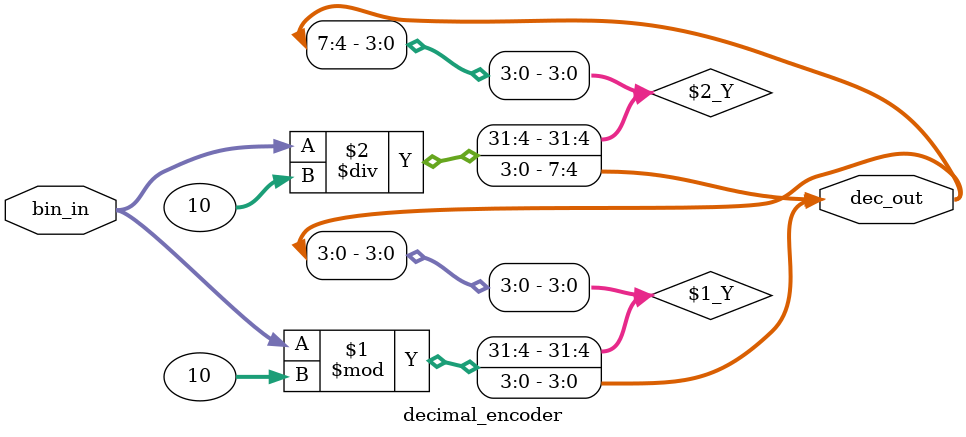
<source format=v>
`timescale 1ns / 1ps

//ÊäÈë0-63¶þ½øÖÆ,Êä³öË«ËÄÎ»BCDÊý×Ö
module decimal_encoder(
input [5:0]bin_in,
output [7:0]dec_out
    );
    assign dec_out[3:0] = bin_in % 10;
    assign dec_out[7:4] = bin_in / 10;
endmodule

</source>
